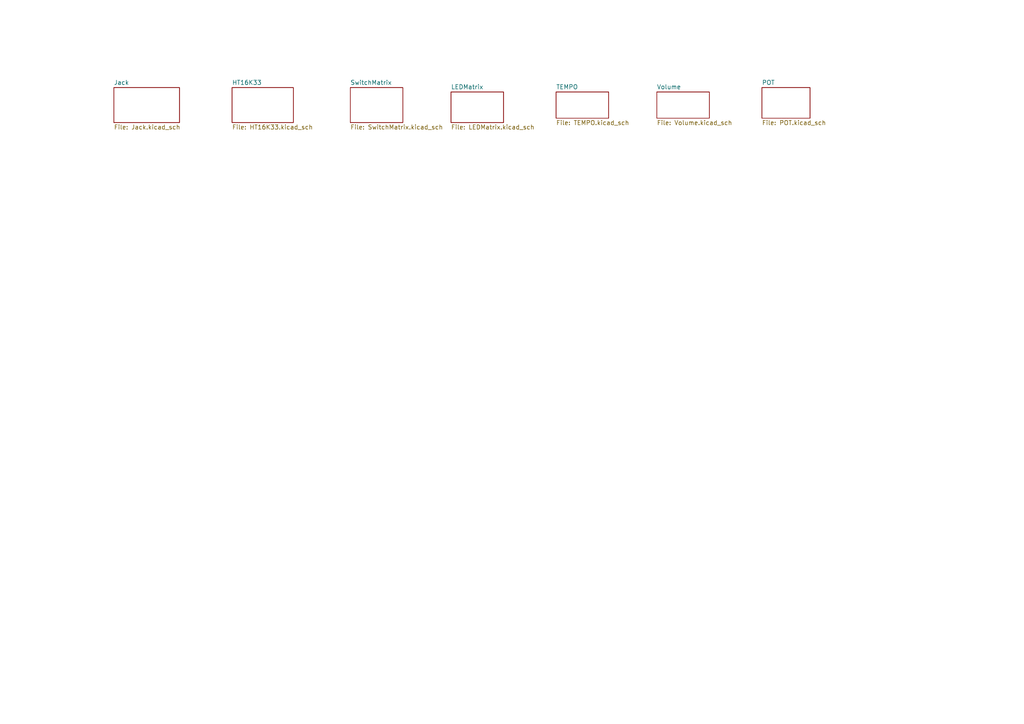
<source format=kicad_sch>
(kicad_sch
	(version 20231120)
	(generator "eeschema")
	(generator_version "8.0")
	(uuid "cb8e3fb6-70fc-4f13-8abd-15b04d6c762c")
	(paper "A4")
	(lib_symbols)
	(sheet
		(at 33.02 25.4)
		(size 19.05 10.16)
		(fields_autoplaced yes)
		(stroke
			(width 0.1524)
			(type solid)
		)
		(fill
			(color 0 0 0 0.0000)
		)
		(uuid "09fdaba0-877b-42bc-9437-cd9adc9792fb")
		(property "Sheetname" "Jack"
			(at 33.02 24.6884 0)
			(effects
				(font
					(size 1.27 1.27)
				)
				(justify left bottom)
			)
		)
		(property "Sheetfile" "Jack.kicad_sch"
			(at 33.02 36.1446 0)
			(effects
				(font
					(size 1.27 1.27)
				)
				(justify left top)
			)
		)
		(instances
			(project "frontPanel"
				(path "/cb8e3fb6-70fc-4f13-8abd-15b04d6c762c"
					(page "2")
				)
			)
		)
	)
	(sheet
		(at 190.5 26.67)
		(size 15.24 7.62)
		(fields_autoplaced yes)
		(stroke
			(width 0.1524)
			(type solid)
		)
		(fill
			(color 0 0 0 0.0000)
		)
		(uuid "16492c3a-39f3-45b2-81a6-46de1d3374e3")
		(property "Sheetname" "Volume"
			(at 190.5 25.9584 0)
			(effects
				(font
					(size 1.27 1.27)
				)
				(justify left bottom)
			)
		)
		(property "Sheetfile" "Volume.kicad_sch"
			(at 190.5 34.8746 0)
			(effects
				(font
					(size 1.27 1.27)
				)
				(justify left top)
			)
		)
		(instances
			(project "frontPanel"
				(path "/cb8e3fb6-70fc-4f13-8abd-15b04d6c762c"
					(page "7")
				)
			)
		)
	)
	(sheet
		(at 67.31 25.4)
		(size 17.78 10.16)
		(fields_autoplaced yes)
		(stroke
			(width 0.1524)
			(type solid)
		)
		(fill
			(color 0 0 0 0.0000)
		)
		(uuid "362cfec2-7e3d-46a6-8792-68341e7a46bc")
		(property "Sheetname" "HT16K33"
			(at 67.31 24.6884 0)
			(effects
				(font
					(size 1.27 1.27)
				)
				(justify left bottom)
			)
		)
		(property "Sheetfile" "HT16K33.kicad_sch"
			(at 67.31 36.1446 0)
			(effects
				(font
					(size 1.27 1.27)
				)
				(justify left top)
			)
		)
		(instances
			(project "frontPanel"
				(path "/cb8e3fb6-70fc-4f13-8abd-15b04d6c762c"
					(page "3")
				)
			)
		)
	)
	(sheet
		(at 220.98 25.4)
		(size 13.97 8.89)
		(fields_autoplaced yes)
		(stroke
			(width 0.1524)
			(type solid)
		)
		(fill
			(color 0 0 0 0.0000)
		)
		(uuid "6a3b85ab-0f4c-489d-af5e-f1aa2bbc8803")
		(property "Sheetname" "POT"
			(at 220.98 24.6884 0)
			(effects
				(font
					(size 1.27 1.27)
				)
				(justify left bottom)
			)
		)
		(property "Sheetfile" "POT.kicad_sch"
			(at 220.98 34.8746 0)
			(effects
				(font
					(size 1.27 1.27)
				)
				(justify left top)
			)
		)
		(instances
			(project "frontPanel"
				(path "/cb8e3fb6-70fc-4f13-8abd-15b04d6c762c"
					(page "8")
				)
			)
		)
	)
	(sheet
		(at 101.6 25.4)
		(size 15.24 10.16)
		(fields_autoplaced yes)
		(stroke
			(width 0.1524)
			(type solid)
		)
		(fill
			(color 0 0 0 0.0000)
		)
		(uuid "910afaba-bd4b-4534-bcdb-a7160e015a80")
		(property "Sheetname" "SwitchMatrix"
			(at 101.6 24.6884 0)
			(effects
				(font
					(size 1.27 1.27)
				)
				(justify left bottom)
			)
		)
		(property "Sheetfile" "SwitchMatrix.kicad_sch"
			(at 101.6 36.1446 0)
			(effects
				(font
					(size 1.27 1.27)
				)
				(justify left top)
			)
		)
		(instances
			(project "frontPanel"
				(path "/cb8e3fb6-70fc-4f13-8abd-15b04d6c762c"
					(page "4")
				)
			)
		)
	)
	(sheet
		(at 130.81 26.67)
		(size 15.24 8.89)
		(fields_autoplaced yes)
		(stroke
			(width 0.1524)
			(type solid)
		)
		(fill
			(color 0 0 0 0.0000)
		)
		(uuid "c6933512-cdb7-4e74-b027-d78b94b49bf4")
		(property "Sheetname" "LEDMatrix"
			(at 130.81 25.9584 0)
			(effects
				(font
					(size 1.27 1.27)
				)
				(justify left bottom)
			)
		)
		(property "Sheetfile" "LEDMatrix.kicad_sch"
			(at 130.81 36.1446 0)
			(effects
				(font
					(size 1.27 1.27)
				)
				(justify left top)
			)
		)
		(instances
			(project "frontPanel"
				(path "/cb8e3fb6-70fc-4f13-8abd-15b04d6c762c"
					(page "5")
				)
			)
		)
	)
	(sheet
		(at 161.29 26.67)
		(size 15.24 7.62)
		(fields_autoplaced yes)
		(stroke
			(width 0.1524)
			(type solid)
		)
		(fill
			(color 0 0 0 0.0000)
		)
		(uuid "d7e1cf34-6648-4168-87f5-23cee84b97ea")
		(property "Sheetname" "TEMPO"
			(at 161.29 25.9584 0)
			(effects
				(font
					(size 1.27 1.27)
				)
				(justify left bottom)
			)
		)
		(property "Sheetfile" "TEMPO.kicad_sch"
			(at 161.29 34.8746 0)
			(effects
				(font
					(size 1.27 1.27)
				)
				(justify left top)
			)
		)
		(instances
			(project "frontPanel"
				(path "/cb8e3fb6-70fc-4f13-8abd-15b04d6c762c"
					(page "6")
				)
			)
		)
	)
	(sheet_instances
		(path "/"
			(page "1")
		)
	)
)

</source>
